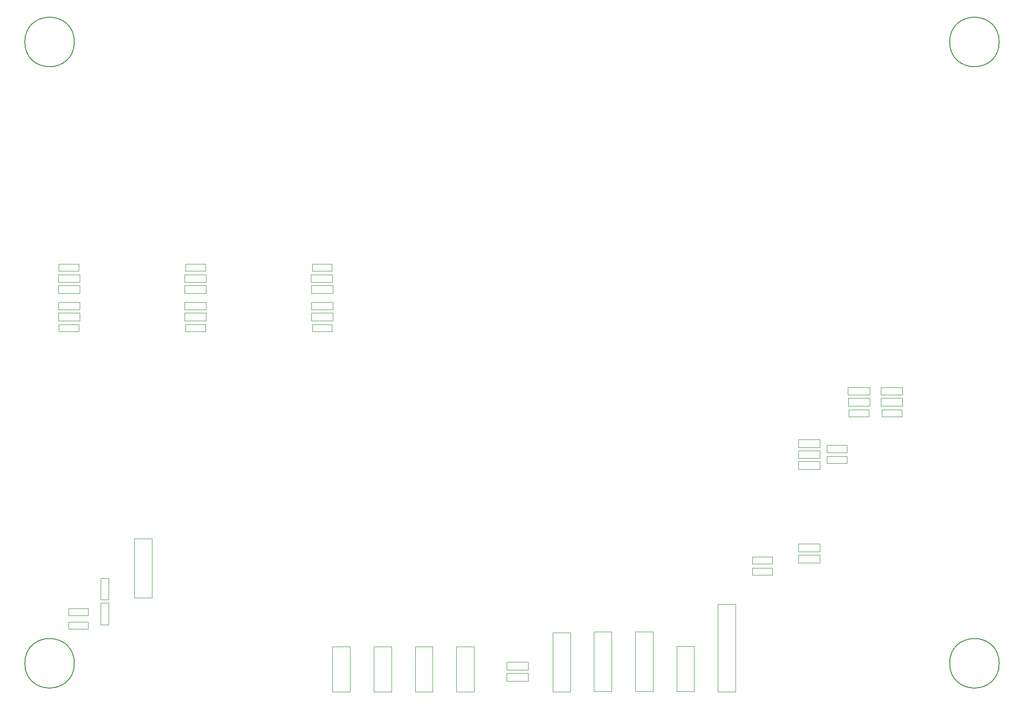
<source format=gbr>
G04 #@! TF.FileFunction,Other,User*
%FSLAX46Y46*%
G04 Gerber Fmt 4.6, Leading zero omitted, Abs format (unit mm)*
G04 Created by KiCad (PCBNEW 4.0.6+dfsg1-1) date Mon Apr  2 21:34:36 2018*
%MOMM*%
%LPD*%
G01*
G04 APERTURE LIST*
%ADD10C,0.100000*%
%ADD11C,0.050000*%
%ADD12C,0.150000*%
G04 APERTURE END LIST*
D10*
D11*
X28700000Y-97650000D02*
X32300000Y-97650000D01*
X28700000Y-97650000D02*
X28700000Y-96350000D01*
X32300000Y-96350000D02*
X32300000Y-97650000D01*
X32300000Y-96350000D02*
X28700000Y-96350000D01*
X51700000Y-97650000D02*
X55300000Y-97650000D01*
X51700000Y-97650000D02*
X51700000Y-96350000D01*
X55300000Y-96350000D02*
X55300000Y-97650000D01*
X55300000Y-96350000D02*
X51700000Y-96350000D01*
X28700000Y-86650000D02*
X32300000Y-86650000D01*
X28700000Y-86650000D02*
X28700000Y-85350000D01*
X32300000Y-85350000D02*
X32300000Y-86650000D01*
X32300000Y-85350000D02*
X28700000Y-85350000D01*
X51700000Y-86650000D02*
X55300000Y-86650000D01*
X51700000Y-86650000D02*
X51700000Y-85350000D01*
X55300000Y-85350000D02*
X55300000Y-86650000D01*
X55300000Y-85350000D02*
X51700000Y-85350000D01*
X74700000Y-97650000D02*
X78300000Y-97650000D01*
X74700000Y-97650000D02*
X74700000Y-96350000D01*
X78300000Y-96350000D02*
X78300000Y-97650000D01*
X78300000Y-96350000D02*
X74700000Y-96350000D01*
X172200000Y-113150000D02*
X175800000Y-113150000D01*
X172200000Y-113150000D02*
X172200000Y-111850000D01*
X175800000Y-111850000D02*
X175800000Y-113150000D01*
X175800000Y-111850000D02*
X172200000Y-111850000D01*
X158284588Y-138627576D02*
X154684588Y-138627576D01*
X158284588Y-138627576D02*
X158284588Y-139927576D01*
X154684588Y-139927576D02*
X154684588Y-138627576D01*
X154684588Y-139927576D02*
X158284588Y-139927576D01*
X158284588Y-140627576D02*
X154684588Y-140627576D01*
X158284588Y-140627576D02*
X158284588Y-141927576D01*
X154684588Y-141927576D02*
X154684588Y-140627576D01*
X154684588Y-141927576D02*
X158284588Y-141927576D01*
X74700000Y-86650000D02*
X78300000Y-86650000D01*
X74700000Y-86650000D02*
X74700000Y-85350000D01*
X78300000Y-85350000D02*
X78300000Y-86650000D01*
X78300000Y-85350000D02*
X74700000Y-85350000D01*
X178200000Y-113150000D02*
X181800000Y-113150000D01*
X178200000Y-113150000D02*
X178200000Y-111850000D01*
X181800000Y-111850000D02*
X181800000Y-113150000D01*
X181800000Y-111850000D02*
X178200000Y-111850000D01*
X171800000Y-120350000D02*
X168200000Y-120350000D01*
X171800000Y-120350000D02*
X171800000Y-121650000D01*
X168200000Y-121650000D02*
X168200000Y-120350000D01*
X168200000Y-121650000D02*
X171800000Y-121650000D01*
X171800000Y-118350000D02*
X168200000Y-118350000D01*
X171800000Y-118350000D02*
X171800000Y-119650000D01*
X168200000Y-119650000D02*
X168200000Y-118350000D01*
X168200000Y-119650000D02*
X171800000Y-119650000D01*
X42400000Y-146100000D02*
X42400000Y-135300000D01*
X42400000Y-135300000D02*
X45600000Y-135300000D01*
X45600000Y-135300000D02*
X45600000Y-146100000D01*
X45600000Y-146100000D02*
X42400000Y-146100000D01*
X140900000Y-163100000D02*
X140900000Y-154900000D01*
X140900000Y-154900000D02*
X144100000Y-154900000D01*
X144100000Y-154900000D02*
X144100000Y-163100000D01*
X144100000Y-163100000D02*
X140900000Y-163100000D01*
X148400000Y-163180000D02*
X148400000Y-147280000D01*
X148400000Y-147280000D02*
X151600000Y-147280000D01*
X151600000Y-147280000D02*
X151600000Y-163180000D01*
X151600000Y-163180000D02*
X148400000Y-163180000D01*
X118400000Y-163220000D02*
X118400000Y-152420000D01*
X118400000Y-152420000D02*
X121600000Y-152420000D01*
X121600000Y-152420000D02*
X121600000Y-163220000D01*
X121600000Y-163220000D02*
X118400000Y-163220000D01*
X125900000Y-163100000D02*
X125900000Y-152300000D01*
X125900000Y-152300000D02*
X129100000Y-152300000D01*
X129100000Y-152300000D02*
X129100000Y-163100000D01*
X129100000Y-163100000D02*
X125900000Y-163100000D01*
X78400000Y-163180000D02*
X78400000Y-154980000D01*
X78400000Y-154980000D02*
X81600000Y-154980000D01*
X81600000Y-154980000D02*
X81600000Y-163180000D01*
X81600000Y-163180000D02*
X78400000Y-163180000D01*
X93400000Y-163180000D02*
X93400000Y-154980000D01*
X93400000Y-154980000D02*
X96600000Y-154980000D01*
X96600000Y-154980000D02*
X96600000Y-163180000D01*
X96600000Y-163180000D02*
X93400000Y-163180000D01*
X85900000Y-163180000D02*
X85900000Y-154980000D01*
X85900000Y-154980000D02*
X89100000Y-154980000D01*
X89100000Y-154980000D02*
X89100000Y-163180000D01*
X89100000Y-163180000D02*
X85900000Y-163180000D01*
X100900000Y-163180000D02*
X100900000Y-154980000D01*
X100900000Y-154980000D02*
X104100000Y-154980000D01*
X104100000Y-154980000D02*
X104100000Y-163180000D01*
X104100000Y-163180000D02*
X100900000Y-163180000D01*
X133400000Y-163100000D02*
X133400000Y-152300000D01*
X133400000Y-152300000D02*
X136600000Y-152300000D01*
X136600000Y-152300000D02*
X136600000Y-163100000D01*
X136600000Y-163100000D02*
X133400000Y-163100000D01*
X166960000Y-121300000D02*
X163050000Y-121300000D01*
X166960000Y-121300000D02*
X166960000Y-122700000D01*
X163050000Y-122700000D02*
X163050000Y-121300000D01*
X163050000Y-122700000D02*
X166960000Y-122700000D01*
X37700000Y-150960000D02*
X37700000Y-147050000D01*
X37700000Y-150960000D02*
X36300000Y-150960000D01*
X36300000Y-147050000D02*
X37700000Y-147050000D01*
X36300000Y-147050000D02*
X36300000Y-150960000D01*
X37700000Y-146460000D02*
X37700000Y-142550000D01*
X37700000Y-146460000D02*
X36300000Y-146460000D01*
X36300000Y-142550000D02*
X37700000Y-142550000D01*
X36300000Y-142550000D02*
X36300000Y-146460000D01*
X163040000Y-139700000D02*
X166950000Y-139700000D01*
X163040000Y-139700000D02*
X163040000Y-138300000D01*
X166950000Y-138300000D02*
X166950000Y-139700000D01*
X166950000Y-138300000D02*
X163040000Y-138300000D01*
X163040000Y-120700000D02*
X166950000Y-120700000D01*
X163040000Y-120700000D02*
X163040000Y-119300000D01*
X166950000Y-119300000D02*
X166950000Y-120700000D01*
X166950000Y-119300000D02*
X163040000Y-119300000D01*
X32460000Y-94300000D02*
X28550000Y-94300000D01*
X32460000Y-94300000D02*
X32460000Y-95700000D01*
X28550000Y-95700000D02*
X28550000Y-94300000D01*
X28550000Y-95700000D02*
X32460000Y-95700000D01*
X55460000Y-94300000D02*
X51550000Y-94300000D01*
X55460000Y-94300000D02*
X55460000Y-95700000D01*
X51550000Y-95700000D02*
X51550000Y-94300000D01*
X51550000Y-95700000D02*
X55460000Y-95700000D01*
X28540000Y-93700000D02*
X32450000Y-93700000D01*
X28540000Y-93700000D02*
X28540000Y-92300000D01*
X32450000Y-92300000D02*
X32450000Y-93700000D01*
X32450000Y-92300000D02*
X28540000Y-92300000D01*
X51540000Y-93700000D02*
X55450000Y-93700000D01*
X51540000Y-93700000D02*
X51540000Y-92300000D01*
X55450000Y-92300000D02*
X55450000Y-93700000D01*
X55450000Y-92300000D02*
X51540000Y-92300000D01*
X28540000Y-90700000D02*
X32450000Y-90700000D01*
X28540000Y-90700000D02*
X28540000Y-89300000D01*
X32450000Y-89300000D02*
X32450000Y-90700000D01*
X32450000Y-89300000D02*
X28540000Y-89300000D01*
X51540000Y-90700000D02*
X55450000Y-90700000D01*
X51540000Y-90700000D02*
X51540000Y-89300000D01*
X55450000Y-89300000D02*
X55450000Y-90700000D01*
X55450000Y-89300000D02*
X51540000Y-89300000D01*
X28540000Y-88700000D02*
X32450000Y-88700000D01*
X28540000Y-88700000D02*
X28540000Y-87300000D01*
X32450000Y-87300000D02*
X32450000Y-88700000D01*
X32450000Y-87300000D02*
X28540000Y-87300000D01*
X51540000Y-88700000D02*
X55450000Y-88700000D01*
X51540000Y-88700000D02*
X51540000Y-87300000D01*
X55450000Y-87300000D02*
X55450000Y-88700000D01*
X55450000Y-87300000D02*
X51540000Y-87300000D01*
X78460000Y-94300000D02*
X74550000Y-94300000D01*
X78460000Y-94300000D02*
X78460000Y-95700000D01*
X74550000Y-95700000D02*
X74550000Y-94300000D01*
X74550000Y-95700000D02*
X78460000Y-95700000D01*
X175960000Y-109800000D02*
X172050000Y-109800000D01*
X175960000Y-109800000D02*
X175960000Y-111200000D01*
X172050000Y-111200000D02*
X172050000Y-109800000D01*
X172050000Y-111200000D02*
X175960000Y-111200000D01*
X74540000Y-93700000D02*
X78450000Y-93700000D01*
X74540000Y-93700000D02*
X74540000Y-92300000D01*
X78450000Y-92300000D02*
X78450000Y-93700000D01*
X78450000Y-92300000D02*
X74540000Y-92300000D01*
X172040000Y-109200000D02*
X175950000Y-109200000D01*
X172040000Y-109200000D02*
X172040000Y-107800000D01*
X175950000Y-107800000D02*
X175950000Y-109200000D01*
X175950000Y-107800000D02*
X172040000Y-107800000D01*
X74540000Y-90700000D02*
X78450000Y-90700000D01*
X74540000Y-90700000D02*
X74540000Y-89300000D01*
X78450000Y-89300000D02*
X78450000Y-90700000D01*
X78450000Y-89300000D02*
X74540000Y-89300000D01*
X178040000Y-109200000D02*
X181950000Y-109200000D01*
X178040000Y-109200000D02*
X178040000Y-107800000D01*
X181950000Y-107800000D02*
X181950000Y-109200000D01*
X181950000Y-107800000D02*
X178040000Y-107800000D01*
X74440000Y-88700000D02*
X78350000Y-88700000D01*
X74440000Y-88700000D02*
X74440000Y-87300000D01*
X78350000Y-87300000D02*
X78350000Y-88700000D01*
X78350000Y-87300000D02*
X74440000Y-87300000D01*
X178040000Y-111200000D02*
X181950000Y-111200000D01*
X178040000Y-111200000D02*
X178040000Y-109800000D01*
X181950000Y-109800000D02*
X181950000Y-111200000D01*
X181950000Y-109800000D02*
X178040000Y-109800000D01*
X166960000Y-136300000D02*
X163050000Y-136300000D01*
X166960000Y-136300000D02*
X166960000Y-137700000D01*
X163050000Y-137700000D02*
X163050000Y-136300000D01*
X163050000Y-137700000D02*
X166960000Y-137700000D01*
X163040000Y-118700000D02*
X166950000Y-118700000D01*
X163040000Y-118700000D02*
X163040000Y-117300000D01*
X166950000Y-117300000D02*
X166950000Y-118700000D01*
X166950000Y-117300000D02*
X163040000Y-117300000D01*
X110040000Y-159200000D02*
X113950000Y-159200000D01*
X110040000Y-159200000D02*
X110040000Y-157800000D01*
X113950000Y-157800000D02*
X113950000Y-159200000D01*
X113950000Y-157800000D02*
X110040000Y-157800000D01*
X110040000Y-161200000D02*
X113950000Y-161200000D01*
X110040000Y-161200000D02*
X110040000Y-159800000D01*
X113950000Y-159800000D02*
X113950000Y-161200000D01*
X113950000Y-159800000D02*
X110040000Y-159800000D01*
X34033814Y-147990702D02*
X30433814Y-147990702D01*
X34033814Y-147990702D02*
X34033814Y-149290702D01*
X30433814Y-149290702D02*
X30433814Y-147990702D01*
X30433814Y-149290702D02*
X34033814Y-149290702D01*
X34033814Y-150490702D02*
X30433814Y-150490702D01*
X34033814Y-150490702D02*
X34033814Y-151790702D01*
X30433814Y-151790702D02*
X30433814Y-150490702D01*
X30433814Y-151790702D02*
X34033814Y-151790702D01*
D12*
X199500000Y-45000000D02*
G75*
G03X199500000Y-45000000I-4500000J0D01*
G01*
X31500000Y-158000000D02*
G75*
G03X31500000Y-158000000I-4500000J0D01*
G01*
X31500000Y-45000000D02*
G75*
G03X31500000Y-45000000I-4500000J0D01*
G01*
X199500000Y-158000000D02*
G75*
G03X199500000Y-158000000I-4500000J0D01*
G01*
M02*

</source>
